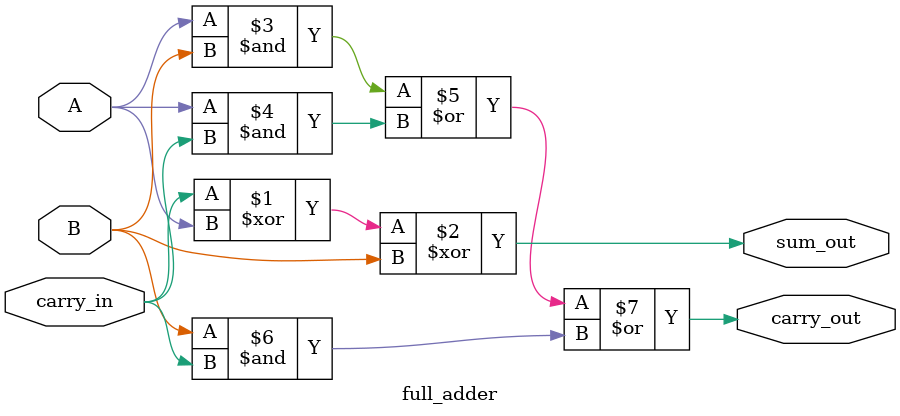
<source format=v>
`timescale 1ns/1ps
module full_adder(
	input A,
	input B,
	input carry_in,
	output sum_out,
	output carry_out
);

	assign sum_out = carry_in ^ A ^ B;
	assign carry_out = (A & B) | (A & carry_in) | (B & carry_in);
endmodule

</source>
